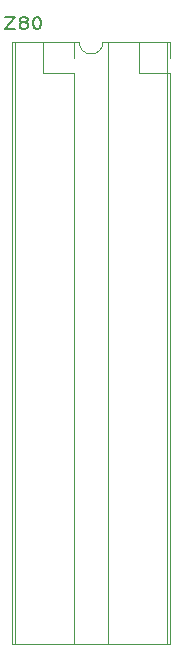
<source format=gbr>
G04 #@! TF.GenerationSoftware,KiCad,Pcbnew,7.0.2-0*
G04 #@! TF.CreationDate,2023-10-04T23:29:07+02:00*
G04 #@! TF.ProjectId,Z80 UUT Cable Header,5a383020-5555-4542-9043-61626c652048,rev?*
G04 #@! TF.SameCoordinates,Original*
G04 #@! TF.FileFunction,Legend,Top*
G04 #@! TF.FilePolarity,Positive*
%FSLAX46Y46*%
G04 Gerber Fmt 4.6, Leading zero omitted, Abs format (unit mm)*
G04 Created by KiCad (PCBNEW 7.0.2-0) date 2023-10-04 23:29:07*
%MOMM*%
%LPD*%
G01*
G04 APERTURE LIST*
%ADD10C,0.200000*%
%ADD11C,0.120000*%
G04 APERTURE END LIST*
D10*
X122409143Y-54453619D02*
X123209143Y-54453619D01*
X123209143Y-54453619D02*
X122409143Y-55453619D01*
X122409143Y-55453619D02*
X123209143Y-55453619D01*
X123837714Y-54882190D02*
X123723429Y-54834571D01*
X123723429Y-54834571D02*
X123666286Y-54786952D01*
X123666286Y-54786952D02*
X123609143Y-54691714D01*
X123609143Y-54691714D02*
X123609143Y-54644095D01*
X123609143Y-54644095D02*
X123666286Y-54548857D01*
X123666286Y-54548857D02*
X123723429Y-54501238D01*
X123723429Y-54501238D02*
X123837714Y-54453619D01*
X123837714Y-54453619D02*
X124066286Y-54453619D01*
X124066286Y-54453619D02*
X124180572Y-54501238D01*
X124180572Y-54501238D02*
X124237714Y-54548857D01*
X124237714Y-54548857D02*
X124294857Y-54644095D01*
X124294857Y-54644095D02*
X124294857Y-54691714D01*
X124294857Y-54691714D02*
X124237714Y-54786952D01*
X124237714Y-54786952D02*
X124180572Y-54834571D01*
X124180572Y-54834571D02*
X124066286Y-54882190D01*
X124066286Y-54882190D02*
X123837714Y-54882190D01*
X123837714Y-54882190D02*
X123723429Y-54929809D01*
X123723429Y-54929809D02*
X123666286Y-54977428D01*
X123666286Y-54977428D02*
X123609143Y-55072666D01*
X123609143Y-55072666D02*
X123609143Y-55263142D01*
X123609143Y-55263142D02*
X123666286Y-55358380D01*
X123666286Y-55358380D02*
X123723429Y-55406000D01*
X123723429Y-55406000D02*
X123837714Y-55453619D01*
X123837714Y-55453619D02*
X124066286Y-55453619D01*
X124066286Y-55453619D02*
X124180572Y-55406000D01*
X124180572Y-55406000D02*
X124237714Y-55358380D01*
X124237714Y-55358380D02*
X124294857Y-55263142D01*
X124294857Y-55263142D02*
X124294857Y-55072666D01*
X124294857Y-55072666D02*
X124237714Y-54977428D01*
X124237714Y-54977428D02*
X124180572Y-54929809D01*
X124180572Y-54929809D02*
X124066286Y-54882190D01*
X125037714Y-54453619D02*
X125152000Y-54453619D01*
X125152000Y-54453619D02*
X125266286Y-54501238D01*
X125266286Y-54501238D02*
X125323429Y-54548857D01*
X125323429Y-54548857D02*
X125380571Y-54644095D01*
X125380571Y-54644095D02*
X125437714Y-54834571D01*
X125437714Y-54834571D02*
X125437714Y-55072666D01*
X125437714Y-55072666D02*
X125380571Y-55263142D01*
X125380571Y-55263142D02*
X125323429Y-55358380D01*
X125323429Y-55358380D02*
X125266286Y-55406000D01*
X125266286Y-55406000D02*
X125152000Y-55453619D01*
X125152000Y-55453619D02*
X125037714Y-55453619D01*
X125037714Y-55453619D02*
X124923429Y-55406000D01*
X124923429Y-55406000D02*
X124866286Y-55358380D01*
X124866286Y-55358380D02*
X124809143Y-55263142D01*
X124809143Y-55263142D02*
X124752000Y-55072666D01*
X124752000Y-55072666D02*
X124752000Y-54834571D01*
X124752000Y-54834571D02*
X124809143Y-54644095D01*
X124809143Y-54644095D02*
X124866286Y-54548857D01*
X124866286Y-54548857D02*
X124923429Y-54501238D01*
X124923429Y-54501238D02*
X125037714Y-54453619D01*
D11*
X123003000Y-56582000D02*
X123003000Y-107502000D01*
X123003000Y-56582000D02*
X125603000Y-56582000D01*
X123003000Y-107502000D02*
X128203000Y-107502000D01*
X125603000Y-56582000D02*
X125603000Y-59182000D01*
X125603000Y-59182000D02*
X128203000Y-59182000D01*
X126873000Y-56582000D02*
X128203000Y-56582000D01*
X128203000Y-56582000D02*
X128203000Y-57912000D01*
X128203000Y-59182000D02*
X128203000Y-107502000D01*
X131131000Y-56582000D02*
X131131000Y-107502000D01*
X131131000Y-56582000D02*
X133731000Y-56582000D01*
X131131000Y-107502000D02*
X136331000Y-107502000D01*
X133731000Y-56582000D02*
X133731000Y-59182000D01*
X133731000Y-59182000D02*
X136331000Y-59182000D01*
X135001000Y-56582000D02*
X136331000Y-56582000D01*
X136331000Y-56582000D02*
X136331000Y-57912000D01*
X136331000Y-59182000D02*
X136331000Y-107502000D01*
X123207000Y-56582000D02*
X123207000Y-107502000D01*
X123207000Y-107502000D02*
X136127000Y-107502000D01*
X128667000Y-56582000D02*
X123207000Y-56582000D01*
X136127000Y-56582000D02*
X130667000Y-56582000D01*
X136127000Y-107502000D02*
X136127000Y-56582000D01*
X128667000Y-56582000D02*
G75*
G03*
X130667000Y-56582000I1000000J0D01*
G01*
M02*

</source>
